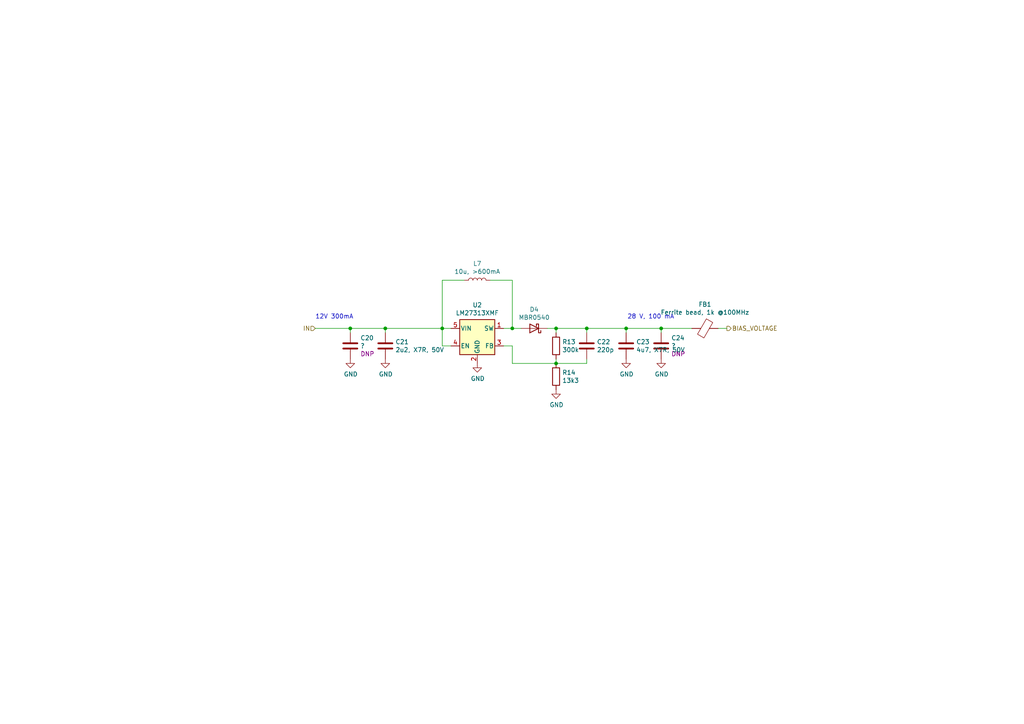
<source format=kicad_sch>
(kicad_sch (version 20211123) (generator eeschema)

  (uuid fa20e708-ec85-4e0b-8402-f74a2724f920)

  (paper "A4")

  (title_block
    (title "Bias Voltage Boost Converter")
    (date "2022-05-03")
    (rev "v1")
    (company "petrinm")
  )

  (lib_symbols
    (symbol "Device:C" (pin_numbers hide) (pin_names (offset 0.254)) (in_bom yes) (on_board yes)
      (property "Reference" "C" (id 0) (at 0.635 2.54 0)
        (effects (font (size 1.27 1.27)) (justify left))
      )
      (property "Value" "C" (id 1) (at 0.635 -2.54 0)
        (effects (font (size 1.27 1.27)) (justify left))
      )
      (property "Footprint" "" (id 2) (at 0.9652 -3.81 0)
        (effects (font (size 1.27 1.27)) hide)
      )
      (property "Datasheet" "~" (id 3) (at 0 0 0)
        (effects (font (size 1.27 1.27)) hide)
      )
      (property "ki_keywords" "cap capacitor" (id 4) (at 0 0 0)
        (effects (font (size 1.27 1.27)) hide)
      )
      (property "ki_description" "Unpolarized capacitor" (id 5) (at 0 0 0)
        (effects (font (size 1.27 1.27)) hide)
      )
      (property "ki_fp_filters" "C_*" (id 6) (at 0 0 0)
        (effects (font (size 1.27 1.27)) hide)
      )
      (symbol "C_0_1"
        (polyline
          (pts
            (xy -2.032 -0.762)
            (xy 2.032 -0.762)
          )
          (stroke (width 0.508) (type default) (color 0 0 0 0))
          (fill (type none))
        )
        (polyline
          (pts
            (xy -2.032 0.762)
            (xy 2.032 0.762)
          )
          (stroke (width 0.508) (type default) (color 0 0 0 0))
          (fill (type none))
        )
      )
      (symbol "C_1_1"
        (pin passive line (at 0 3.81 270) (length 2.794)
          (name "~" (effects (font (size 1.27 1.27))))
          (number "1" (effects (font (size 1.27 1.27))))
        )
        (pin passive line (at 0 -3.81 90) (length 2.794)
          (name "~" (effects (font (size 1.27 1.27))))
          (number "2" (effects (font (size 1.27 1.27))))
        )
      )
    )
    (symbol "Device:D_Schottky" (pin_numbers hide) (pin_names (offset 1.016) hide) (in_bom yes) (on_board yes)
      (property "Reference" "D" (id 0) (at 0 2.54 0)
        (effects (font (size 1.27 1.27)))
      )
      (property "Value" "D_Schottky" (id 1) (at 0 -2.54 0)
        (effects (font (size 1.27 1.27)))
      )
      (property "Footprint" "" (id 2) (at 0 0 0)
        (effects (font (size 1.27 1.27)) hide)
      )
      (property "Datasheet" "~" (id 3) (at 0 0 0)
        (effects (font (size 1.27 1.27)) hide)
      )
      (property "ki_keywords" "diode Schottky" (id 4) (at 0 0 0)
        (effects (font (size 1.27 1.27)) hide)
      )
      (property "ki_description" "Schottky diode" (id 5) (at 0 0 0)
        (effects (font (size 1.27 1.27)) hide)
      )
      (property "ki_fp_filters" "TO-???* *_Diode_* *SingleDiode* D_*" (id 6) (at 0 0 0)
        (effects (font (size 1.27 1.27)) hide)
      )
      (symbol "D_Schottky_0_1"
        (polyline
          (pts
            (xy 1.27 0)
            (xy -1.27 0)
          )
          (stroke (width 0) (type default) (color 0 0 0 0))
          (fill (type none))
        )
        (polyline
          (pts
            (xy 1.27 1.27)
            (xy 1.27 -1.27)
            (xy -1.27 0)
            (xy 1.27 1.27)
          )
          (stroke (width 0.254) (type default) (color 0 0 0 0))
          (fill (type none))
        )
        (polyline
          (pts
            (xy -1.905 0.635)
            (xy -1.905 1.27)
            (xy -1.27 1.27)
            (xy -1.27 -1.27)
            (xy -0.635 -1.27)
            (xy -0.635 -0.635)
          )
          (stroke (width 0.254) (type default) (color 0 0 0 0))
          (fill (type none))
        )
      )
      (symbol "D_Schottky_1_1"
        (pin passive line (at -3.81 0 0) (length 2.54)
          (name "K" (effects (font (size 1.27 1.27))))
          (number "1" (effects (font (size 1.27 1.27))))
        )
        (pin passive line (at 3.81 0 180) (length 2.54)
          (name "A" (effects (font (size 1.27 1.27))))
          (number "2" (effects (font (size 1.27 1.27))))
        )
      )
    )
    (symbol "Device:Ferrite_Bead" (pin_numbers hide) (pin_names (offset 0)) (in_bom yes) (on_board yes)
      (property "Reference" "FB" (id 0) (at -3.81 0.635 90)
        (effects (font (size 1.27 1.27)))
      )
      (property "Value" "Device_Ferrite_Bead" (id 1) (at 3.81 0 90)
        (effects (font (size 1.27 1.27)))
      )
      (property "Footprint" "" (id 2) (at -1.778 0 90)
        (effects (font (size 1.27 1.27)) hide)
      )
      (property "Datasheet" "" (id 3) (at 0 0 0)
        (effects (font (size 1.27 1.27)) hide)
      )
      (property "ki_fp_filters" "Inductor_* L_* *Ferrite*" (id 4) (at 0 0 0)
        (effects (font (size 1.27 1.27)) hide)
      )
      (symbol "Ferrite_Bead_0_1"
        (polyline
          (pts
            (xy 0 -1.27)
            (xy 0 -1.2192)
          )
          (stroke (width 0) (type default) (color 0 0 0 0))
          (fill (type none))
        )
        (polyline
          (pts
            (xy 0 1.27)
            (xy 0 1.2954)
          )
          (stroke (width 0) (type default) (color 0 0 0 0))
          (fill (type none))
        )
        (polyline
          (pts
            (xy -2.7686 0.4064)
            (xy -1.7018 2.2606)
            (xy 2.7686 -0.3048)
            (xy 1.6764 -2.159)
            (xy -2.7686 0.4064)
          )
          (stroke (width 0) (type default) (color 0 0 0 0))
          (fill (type none))
        )
      )
      (symbol "Ferrite_Bead_1_1"
        (pin passive line (at 0 3.81 270) (length 2.54)
          (name "~" (effects (font (size 1.27 1.27))))
          (number "1" (effects (font (size 1.27 1.27))))
        )
        (pin passive line (at 0 -3.81 90) (length 2.54)
          (name "~" (effects (font (size 1.27 1.27))))
          (number "2" (effects (font (size 1.27 1.27))))
        )
      )
    )
    (symbol "Device:L" (pin_numbers hide) (pin_names (offset 1.016) hide) (in_bom yes) (on_board yes)
      (property "Reference" "L" (id 0) (at -1.27 0 90)
        (effects (font (size 1.27 1.27)))
      )
      (property "Value" "L" (id 1) (at 1.905 0 90)
        (effects (font (size 1.27 1.27)))
      )
      (property "Footprint" "" (id 2) (at 0 0 0)
        (effects (font (size 1.27 1.27)) hide)
      )
      (property "Datasheet" "~" (id 3) (at 0 0 0)
        (effects (font (size 1.27 1.27)) hide)
      )
      (property "ki_keywords" "inductor choke coil reactor magnetic" (id 4) (at 0 0 0)
        (effects (font (size 1.27 1.27)) hide)
      )
      (property "ki_description" "Inductor" (id 5) (at 0 0 0)
        (effects (font (size 1.27 1.27)) hide)
      )
      (property "ki_fp_filters" "Choke_* *Coil* Inductor_* L_*" (id 6) (at 0 0 0)
        (effects (font (size 1.27 1.27)) hide)
      )
      (symbol "L_0_1"
        (arc (start 0 -2.54) (mid 0.635 -1.905) (end 0 -1.27)
          (stroke (width 0) (type default) (color 0 0 0 0))
          (fill (type none))
        )
        (arc (start 0 -1.27) (mid 0.635 -0.635) (end 0 0)
          (stroke (width 0) (type default) (color 0 0 0 0))
          (fill (type none))
        )
        (arc (start 0 0) (mid 0.635 0.635) (end 0 1.27)
          (stroke (width 0) (type default) (color 0 0 0 0))
          (fill (type none))
        )
        (arc (start 0 1.27) (mid 0.635 1.905) (end 0 2.54)
          (stroke (width 0) (type default) (color 0 0 0 0))
          (fill (type none))
        )
      )
      (symbol "L_1_1"
        (pin passive line (at 0 3.81 270) (length 1.27)
          (name "1" (effects (font (size 1.27 1.27))))
          (number "1" (effects (font (size 1.27 1.27))))
        )
        (pin passive line (at 0 -3.81 90) (length 1.27)
          (name "2" (effects (font (size 1.27 1.27))))
          (number "2" (effects (font (size 1.27 1.27))))
        )
      )
    )
    (symbol "Device:R" (pin_numbers hide) (pin_names (offset 0)) (in_bom yes) (on_board yes)
      (property "Reference" "R" (id 0) (at 2.032 0 90)
        (effects (font (size 1.27 1.27)))
      )
      (property "Value" "R" (id 1) (at 0 0 90)
        (effects (font (size 1.27 1.27)))
      )
      (property "Footprint" "" (id 2) (at -1.778 0 90)
        (effects (font (size 1.27 1.27)) hide)
      )
      (property "Datasheet" "~" (id 3) (at 0 0 0)
        (effects (font (size 1.27 1.27)) hide)
      )
      (property "ki_keywords" "R res resistor" (id 4) (at 0 0 0)
        (effects (font (size 1.27 1.27)) hide)
      )
      (property "ki_description" "Resistor" (id 5) (at 0 0 0)
        (effects (font (size 1.27 1.27)) hide)
      )
      (property "ki_fp_filters" "R_*" (id 6) (at 0 0 0)
        (effects (font (size 1.27 1.27)) hide)
      )
      (symbol "R_0_1"
        (rectangle (start -1.016 -2.54) (end 1.016 2.54)
          (stroke (width 0.254) (type default) (color 0 0 0 0))
          (fill (type none))
        )
      )
      (symbol "R_1_1"
        (pin passive line (at 0 3.81 270) (length 1.27)
          (name "~" (effects (font (size 1.27 1.27))))
          (number "1" (effects (font (size 1.27 1.27))))
        )
        (pin passive line (at 0 -3.81 90) (length 1.27)
          (name "~" (effects (font (size 1.27 1.27))))
          (number "2" (effects (font (size 1.27 1.27))))
        )
      )
    )
    (symbol "Regulator_Switching:LM27313XMF" (pin_names (offset 0.254)) (in_bom yes) (on_board yes)
      (property "Reference" "U" (id 0) (at -5.08 6.35 0)
        (effects (font (size 1.27 1.27)) (justify left))
      )
      (property "Value" "LM27313XMF" (id 1) (at 0 6.35 0)
        (effects (font (size 1.27 1.27)) (justify left))
      )
      (property "Footprint" "Package_TO_SOT_SMD:SOT-23-5" (id 2) (at 1.27 -6.35 0)
        (effects (font (size 1.27 1.27) italic) (justify left) hide)
      )
      (property "Datasheet" "http://www.ti.com/lit/ds/symlink/lm27313.pdf" (id 3) (at 0 2.54 0)
        (effects (font (size 1.27 1.27)) hide)
      )
      (property "ki_keywords" "Miniature Step-Up Boost Voltage Regulator" (id 4) (at 0 0 0)
        (effects (font (size 1.27 1.27)) hide)
      )
      (property "ki_description" "1A, 28Vout Boost Voltage Regulator, 1.6MHz Frequency, SOT-23-5" (id 5) (at 0 0 0)
        (effects (font (size 1.27 1.27)) hide)
      )
      (property "ki_fp_filters" "SOT?23*" (id 6) (at 0 0 0)
        (effects (font (size 1.27 1.27)) hide)
      )
      (symbol "LM27313XMF_0_1"
        (rectangle (start -5.08 5.08) (end 5.08 -5.08)
          (stroke (width 0.254) (type default) (color 0 0 0 0))
          (fill (type background))
        )
      )
      (symbol "LM27313XMF_1_1"
        (pin output line (at 7.62 2.54 180) (length 2.54)
          (name "SW" (effects (font (size 1.27 1.27))))
          (number "1" (effects (font (size 1.27 1.27))))
        )
        (pin power_in line (at 0 -7.62 90) (length 2.54)
          (name "GND" (effects (font (size 1.27 1.27))))
          (number "2" (effects (font (size 1.27 1.27))))
        )
        (pin input line (at 7.62 -2.54 180) (length 2.54)
          (name "FB" (effects (font (size 1.27 1.27))))
          (number "3" (effects (font (size 1.27 1.27))))
        )
        (pin input line (at -7.62 -2.54 0) (length 2.54)
          (name "EN" (effects (font (size 1.27 1.27))))
          (number "4" (effects (font (size 1.27 1.27))))
        )
        (pin input line (at -7.62 2.54 0) (length 2.54)
          (name "VIN" (effects (font (size 1.27 1.27))))
          (number "5" (effects (font (size 1.27 1.27))))
        )
      )
    )
    (symbol "power:GND" (power) (pin_names (offset 0)) (in_bom yes) (on_board yes)
      (property "Reference" "#PWR" (id 0) (at 0 -6.35 0)
        (effects (font (size 1.27 1.27)) hide)
      )
      (property "Value" "GND" (id 1) (at 0 -3.81 0)
        (effects (font (size 1.27 1.27)))
      )
      (property "Footprint" "" (id 2) (at 0 0 0)
        (effects (font (size 1.27 1.27)) hide)
      )
      (property "Datasheet" "" (id 3) (at 0 0 0)
        (effects (font (size 1.27 1.27)) hide)
      )
      (property "ki_keywords" "power-flag" (id 4) (at 0 0 0)
        (effects (font (size 1.27 1.27)) hide)
      )
      (property "ki_description" "Power symbol creates a global label with name \"GND\" , ground" (id 5) (at 0 0 0)
        (effects (font (size 1.27 1.27)) hide)
      )
      (symbol "GND_0_1"
        (polyline
          (pts
            (xy 0 0)
            (xy 0 -1.27)
            (xy 1.27 -1.27)
            (xy 0 -2.54)
            (xy -1.27 -1.27)
            (xy 0 -1.27)
          )
          (stroke (width 0) (type default) (color 0 0 0 0))
          (fill (type none))
        )
      )
      (symbol "GND_1_1"
        (pin power_in line (at 0 0 270) (length 0) hide
          (name "GND" (effects (font (size 1.27 1.27))))
          (number "1" (effects (font (size 1.27 1.27))))
        )
      )
    )
  )

  (junction (at 128.27 95.25) (diameter 0) (color 0 0 0 0)
    (uuid 2ea8fa6f-efc3-40fe-bcf9-05bfa46ead4f)
  )
  (junction (at 191.77 95.25) (diameter 0) (color 0 0 0 0)
    (uuid 3b65c51e-c243-447e-bee9-832d94c1630e)
  )
  (junction (at 148.59 95.25) (diameter 0) (color 0 0 0 0)
    (uuid 4086cbd7-6ba7-4e63-8da9-17e60627ee17)
  )
  (junction (at 170.18 95.25) (diameter 0) (color 0 0 0 0)
    (uuid 4cfd9a02-97ef-4af4-a6b8-db9be1a8fda5)
  )
  (junction (at 111.76 95.25) (diameter 0) (color 0 0 0 0)
    (uuid 57f248a7-365e-4c42-b80d-5a7d1f9dfaf3)
  )
  (junction (at 101.6 95.25) (diameter 0) (color 0 0 0 0)
    (uuid 749d9ed0-2ff2-4b55-abc5-f7231ec3aa28)
  )
  (junction (at 161.29 95.25) (diameter 0) (color 0 0 0 0)
    (uuid 8eb98c56-17e4-4de6-a3e3-06dcfa392040)
  )
  (junction (at 181.61 95.25) (diameter 0) (color 0 0 0 0)
    (uuid 92761c09-a591-4c8e-af4d-e0e2262cb01d)
  )
  (junction (at 161.29 105.41) (diameter 0) (color 0 0 0 0)
    (uuid c2dd13db-24b6-40f1-b75b-b9ab893d92ea)
  )

  (wire (pts (xy 208.28 95.25) (xy 210.82 95.25))
    (stroke (width 0) (type default) (color 0 0 0 0))
    (uuid 0ce1dd44-f307-4f98-9f0d-478fd87daa64)
  )
  (wire (pts (xy 158.75 95.25) (xy 161.29 95.25))
    (stroke (width 0) (type default) (color 0 0 0 0))
    (uuid 275b6416-db29-42cc-9307-bf426917c3b4)
  )
  (wire (pts (xy 170.18 105.41) (xy 170.18 104.14))
    (stroke (width 0) (type default) (color 0 0 0 0))
    (uuid 29126f72-63f7-4275-8b12-6b96a71c6f17)
  )
  (wire (pts (xy 161.29 105.41) (xy 148.59 105.41))
    (stroke (width 0) (type default) (color 0 0 0 0))
    (uuid 29cbb0bc-f66b-4d11-80e7-5bb270e42496)
  )
  (wire (pts (xy 148.59 100.33) (xy 146.05 100.33))
    (stroke (width 0) (type default) (color 0 0 0 0))
    (uuid 355ced6c-c08a-4586-9a09-7a9c624536f6)
  )
  (wire (pts (xy 161.29 95.25) (xy 161.29 96.52))
    (stroke (width 0) (type default) (color 0 0 0 0))
    (uuid 3c22d605-7855-4cc6-8ad2-906cadbd02dc)
  )
  (wire (pts (xy 191.77 96.52) (xy 191.77 95.25))
    (stroke (width 0) (type default) (color 0 0 0 0))
    (uuid 402c62e6-8d8e-473a-a0cf-2b86e4908cd7)
  )
  (wire (pts (xy 128.27 100.33) (xy 130.81 100.33))
    (stroke (width 0) (type default) (color 0 0 0 0))
    (uuid 4641c87c-bffa-41fe-ae77-be3a97a6f797)
  )
  (wire (pts (xy 142.24 81.28) (xy 148.59 81.28))
    (stroke (width 0) (type default) (color 0 0 0 0))
    (uuid 465137b4-f6f7-4d51-9b40-b161947d5cc1)
  )
  (wire (pts (xy 128.27 100.33) (xy 128.27 95.25))
    (stroke (width 0) (type default) (color 0 0 0 0))
    (uuid 54ed3ee1-891b-418e-ab9c-6a18747d7388)
  )
  (wire (pts (xy 181.61 95.25) (xy 181.61 96.52))
    (stroke (width 0) (type default) (color 0 0 0 0))
    (uuid 751d823e-1d7b-4501-9658-d06d459b0e16)
  )
  (wire (pts (xy 91.44 95.25) (xy 101.6 95.25))
    (stroke (width 0) (type default) (color 0 0 0 0))
    (uuid 8a8c373f-9bc3-4cf7-8f41-4802da916698)
  )
  (wire (pts (xy 128.27 95.25) (xy 128.27 81.28))
    (stroke (width 0) (type default) (color 0 0 0 0))
    (uuid 91fc5800-6029-46b1-848d-ca0091f97267)
  )
  (wire (pts (xy 128.27 81.28) (xy 134.62 81.28))
    (stroke (width 0) (type default) (color 0 0 0 0))
    (uuid 9da1ace0-4181-4f12-80f8-16786a9e5c07)
  )
  (wire (pts (xy 191.77 95.25) (xy 181.61 95.25))
    (stroke (width 0) (type default) (color 0 0 0 0))
    (uuid a177c3b4-b04c-490e-b3fe-d3d4d7aa24a7)
  )
  (wire (pts (xy 200.66 95.25) (xy 191.77 95.25))
    (stroke (width 0) (type default) (color 0 0 0 0))
    (uuid aadc3df5-0e2d-4f3d-b72e-6f184da74c89)
  )
  (wire (pts (xy 161.29 105.41) (xy 170.18 105.41))
    (stroke (width 0) (type default) (color 0 0 0 0))
    (uuid af186015-d283-4209-aade-a247e5de01df)
  )
  (wire (pts (xy 148.59 95.25) (xy 151.13 95.25))
    (stroke (width 0) (type default) (color 0 0 0 0))
    (uuid bb8162f0-99c8-4884-be5b-c0d0c7e81ff6)
  )
  (wire (pts (xy 161.29 95.25) (xy 170.18 95.25))
    (stroke (width 0) (type default) (color 0 0 0 0))
    (uuid bd085057-7c0e-463a-982b-968a2dc1f0f8)
  )
  (wire (pts (xy 111.76 96.52) (xy 111.76 95.25))
    (stroke (width 0) (type default) (color 0 0 0 0))
    (uuid c346b00c-b5e0-4939-beb4-7f48172ef334)
  )
  (wire (pts (xy 148.59 105.41) (xy 148.59 100.33))
    (stroke (width 0) (type default) (color 0 0 0 0))
    (uuid c401e9c6-1deb-4979-99be-7c801c952098)
  )
  (wire (pts (xy 170.18 95.25) (xy 170.18 96.52))
    (stroke (width 0) (type default) (color 0 0 0 0))
    (uuid c66a19ed-90c0-4502-ae75-6a4c4ab9f297)
  )
  (wire (pts (xy 161.29 105.41) (xy 161.29 104.14))
    (stroke (width 0) (type default) (color 0 0 0 0))
    (uuid d1c19c11-0a13-4237-b6b4-fb2ef1db7c6d)
  )
  (wire (pts (xy 148.59 81.28) (xy 148.59 95.25))
    (stroke (width 0) (type default) (color 0 0 0 0))
    (uuid d1cd5391-31d2-459f-8adb-4ae3f304a833)
  )
  (wire (pts (xy 146.05 95.25) (xy 148.59 95.25))
    (stroke (width 0) (type default) (color 0 0 0 0))
    (uuid d8200a86-aa75-47a3-ad2a-7f4c9c999a6f)
  )
  (wire (pts (xy 101.6 96.52) (xy 101.6 95.25))
    (stroke (width 0) (type default) (color 0 0 0 0))
    (uuid da546d77-4b03-4562-8fc6-837fd68e7691)
  )
  (wire (pts (xy 128.27 95.25) (xy 130.81 95.25))
    (stroke (width 0) (type default) (color 0 0 0 0))
    (uuid e2fac877-439c-4da0-af2e-5fdc70f85d42)
  )
  (wire (pts (xy 111.76 95.25) (xy 128.27 95.25))
    (stroke (width 0) (type default) (color 0 0 0 0))
    (uuid eb391a95-1c1d-4613-b508-c76b8bc13a73)
  )
  (wire (pts (xy 170.18 95.25) (xy 181.61 95.25))
    (stroke (width 0) (type default) (color 0 0 0 0))
    (uuid fc2e9f96-3bed-4896-b995-f56e799f1c77)
  )
  (wire (pts (xy 101.6 95.25) (xy 111.76 95.25))
    (stroke (width 0) (type default) (color 0 0 0 0))
    (uuid fd60415a-f01a-46c5-9369-ea970e435e5b)
  )

  (text "12V 300mA" (at 91.44 92.71 0)
    (effects (font (size 1.27 1.27)) (justify left bottom))
    (uuid 3bbbbb7d-391c-4fee-ac81-3c47878edc38)
  )
  (text "28 V, 100 mA" (at 195.58 92.71 180)
    (effects (font (size 1.27 1.27)) (justify right bottom))
    (uuid 9ed09117-33cf-45a3-85a7-2606522feaf8)
  )

  (hierarchical_label "IN" (shape input) (at 91.44 95.25 180)
    (effects (font (size 1.27 1.27)) (justify right))
    (uuid 21492bcd-343a-4b2b-b55a-b4586c11bdeb)
  )
  (hierarchical_label "BIAS_VOLTAGE" (shape output) (at 210.82 95.25 0)
    (effects (font (size 1.27 1.27)) (justify left))
    (uuid 96315415-cfed-47d2-b3dd-d782358bd0df)
  )

  (symbol (lib_id "Regulator_Switching:LM27313XMF") (at 138.43 97.79 0) (unit 1)
    (in_bom yes) (on_board yes)
    (uuid 00000000-0000-0000-0000-00005ff72927)
    (property "Reference" "U2" (id 0) (at 138.43 88.4682 0))
    (property "Value" "LM27313XMF" (id 1) (at 138.43 90.7796 0))
    (property "Footprint" "Package_TO_SOT_SMD:SOT-23-5" (id 2) (at 139.7 104.14 0)
      (effects (font (size 1.27 1.27) italic) (justify left) hide)
    )
    (property "Datasheet" "http://www.ti.com/lit/ds/symlink/lm27313.pdf" (id 3) (at 138.43 95.25 0)
      (effects (font (size 1.27 1.27)) hide)
    )
    (property "Mouser" "926-LM27313XMF/NOPB" (id 4) (at 138.43 97.79 0)
      (effects (font (size 1.27 1.27)) hide)
    )
    (pin "1" (uuid 94b23043-54f0-4b0e-b646-670be6c74761))
    (pin "2" (uuid 126bd91a-5213-473d-96e5-818d88ddabd9))
    (pin "3" (uuid b48416b5-11c4-43d5-b4b2-b5717cc31584))
    (pin "4" (uuid c0f2f7ce-57f7-4b65-9421-6f7b2d8eea21))
    (pin "5" (uuid 83afadef-ab2b-4638-b224-7d459fbbaedd))
  )

  (symbol (lib_id "Device:L") (at 138.43 81.28 90) (unit 1)
    (in_bom yes) (on_board yes)
    (uuid 00000000-0000-0000-0000-00005ff72a0c)
    (property "Reference" "L7" (id 0) (at 138.43 76.454 90))
    (property "Value" "10u, >600mA" (id 1) (at 138.43 78.7654 90))
    (property "Footprint" "Inductor_SMD:L_Wuerth_MAPI-2508" (id 2) (at 138.43 81.28 0)
      (effects (font (size 1.27 1.27)) hide)
    )
    (property "Datasheet" "~" (id 3) (at 138.43 81.28 0)
      (effects (font (size 1.27 1.27)) hide)
    )
    (property "Mouser" "963-MDKK2020T100MMV" (id 4) (at 138.43 81.28 90)
      (effects (font (size 1.27 1.27)) hide)
    )
    (pin "1" (uuid a035d585-fc0c-4b1d-b960-325b70c5bbc5))
    (pin "2" (uuid 24df9aa7-984e-40cc-95b0-b4b7090893f2))
  )

  (symbol (lib_id "Device:D_Schottky") (at 154.94 95.25 180) (unit 1)
    (in_bom yes) (on_board yes)
    (uuid 00000000-0000-0000-0000-00005ff736a1)
    (property "Reference" "D4" (id 0) (at 154.94 89.7636 0))
    (property "Value" "MBR0540" (id 1) (at 154.94 92.075 0))
    (property "Footprint" "Diode_SMD:D_SOD-123" (id 2) (at 154.94 95.25 0)
      (effects (font (size 1.27 1.27)) hide)
    )
    (property "Datasheet" "~" (id 3) (at 154.94 95.25 0)
      (effects (font (size 1.27 1.27)) hide)
    )
    (property "Mouser" "863-MBR0540T3G" (id 4) (at 154.94 95.25 0)
      (effects (font (size 1.27 1.27)) hide)
    )
    (pin "1" (uuid 0d703881-8001-4ee0-aa0f-4f3496f5e4d5))
    (pin "2" (uuid 151885ab-1387-4a52-a466-df3f6dc29d7e))
  )

  (symbol (lib_id "Device:R") (at 161.29 100.33 180) (unit 1)
    (in_bom yes) (on_board yes)
    (uuid 00000000-0000-0000-0000-00005ff741ba)
    (property "Reference" "R13" (id 0) (at 163.068 99.1616 0)
      (effects (font (size 1.27 1.27)) (justify right))
    )
    (property "Value" "300k" (id 1) (at 163.068 101.473 0)
      (effects (font (size 1.27 1.27)) (justify right))
    )
    (property "Footprint" "Resistor_SMD:R_0603_1608Metric" (id 2) (at 163.068 100.33 90)
      (effects (font (size 1.27 1.27)) hide)
    )
    (property "Datasheet" "~" (id 3) (at 161.29 100.33 0)
      (effects (font (size 1.27 1.27)) hide)
    )
    (pin "1" (uuid 746758a6-aa8d-4bbc-b4f9-b5faccbd9d3e))
    (pin "2" (uuid 6fb61bd9-6732-4fad-a689-93d16c4d4e86))
  )

  (symbol (lib_id "Device:R") (at 161.29 109.22 0) (unit 1)
    (in_bom yes) (on_board yes)
    (uuid 00000000-0000-0000-0000-00005ff74e47)
    (property "Reference" "R14" (id 0) (at 163.068 108.0516 0)
      (effects (font (size 1.27 1.27)) (justify left))
    )
    (property "Value" "13k3" (id 1) (at 163.068 110.363 0)
      (effects (font (size 1.27 1.27)) (justify left))
    )
    (property "Footprint" "Resistor_SMD:R_0603_1608Metric" (id 2) (at 159.512 109.22 90)
      (effects (font (size 1.27 1.27)) hide)
    )
    (property "Datasheet" "~" (id 3) (at 161.29 109.22 0)
      (effects (font (size 1.27 1.27)) hide)
    )
    (pin "1" (uuid fb880f14-37bc-4bb5-b8a8-ecd75eec7a70))
    (pin "2" (uuid af5fc086-a3da-4373-8231-6710ea9d6ae1))
  )

  (symbol (lib_id "Device:C") (at 170.18 100.33 0) (unit 1)
    (in_bom yes) (on_board yes)
    (uuid 00000000-0000-0000-0000-00005ff755d2)
    (property "Reference" "C22" (id 0) (at 173.101 99.1616 0)
      (effects (font (size 1.27 1.27)) (justify left))
    )
    (property "Value" "220p" (id 1) (at 173.101 101.473 0)
      (effects (font (size 1.27 1.27)) (justify left))
    )
    (property "Footprint" "Capacitor_SMD:C_0603_1608Metric" (id 2) (at 171.1452 104.14 0)
      (effects (font (size 1.27 1.27)) hide)
    )
    (property "Datasheet" "~" (id 3) (at 170.18 100.33 0)
      (effects (font (size 1.27 1.27)) hide)
    )
    (pin "1" (uuid 4b19d31d-d2cd-483b-a236-4f5f17138161))
    (pin "2" (uuid 98c061e6-bc83-426a-99cb-a9b9832a9118))
  )

  (symbol (lib_id "Device:C") (at 111.76 100.33 0) (unit 1)
    (in_bom yes) (on_board yes)
    (uuid 00000000-0000-0000-0000-00005ff765cb)
    (property "Reference" "C21" (id 0) (at 114.681 99.1616 0)
      (effects (font (size 1.27 1.27)) (justify left))
    )
    (property "Value" "2u2, X7R, 50V" (id 1) (at 114.681 101.473 0)
      (effects (font (size 1.27 1.27)) (justify left))
    )
    (property "Footprint" "Capacitor_SMD:C_0805_2012Metric" (id 2) (at 112.7252 104.14 0)
      (effects (font (size 1.27 1.27)) hide)
    )
    (property "Datasheet" "~" (id 3) (at 111.76 100.33 0)
      (effects (font (size 1.27 1.27)) hide)
    )
    (pin "1" (uuid d027317d-5ce6-4903-9c1f-ec306218f1b2))
    (pin "2" (uuid 6b8ad636-177c-4e28-b789-ff47d39863a4))
  )

  (symbol (lib_id "power:GND") (at 138.43 105.41 0) (unit 1)
    (in_bom yes) (on_board yes)
    (uuid 00000000-0000-0000-0000-00005ff76f95)
    (property "Reference" "#PWR025" (id 0) (at 138.43 111.76 0)
      (effects (font (size 1.27 1.27)) hide)
    )
    (property "Value" "GND" (id 1) (at 138.557 109.8042 0))
    (property "Footprint" "" (id 2) (at 138.43 105.41 0)
      (effects (font (size 1.27 1.27)) hide)
    )
    (property "Datasheet" "" (id 3) (at 138.43 105.41 0)
      (effects (font (size 1.27 1.27)) hide)
    )
    (pin "1" (uuid 73c20e99-4190-46f8-91f1-84b79f73e05d))
  )

  (symbol (lib_id "power:GND") (at 161.29 113.03 0) (unit 1)
    (in_bom yes) (on_board yes)
    (uuid 00000000-0000-0000-0000-00005ff776c6)
    (property "Reference" "#PWR026" (id 0) (at 161.29 119.38 0)
      (effects (font (size 1.27 1.27)) hide)
    )
    (property "Value" "GND" (id 1) (at 161.417 117.4242 0))
    (property "Footprint" "" (id 2) (at 161.29 113.03 0)
      (effects (font (size 1.27 1.27)) hide)
    )
    (property "Datasheet" "" (id 3) (at 161.29 113.03 0)
      (effects (font (size 1.27 1.27)) hide)
    )
    (pin "1" (uuid 6a39c58f-f706-416d-8bff-0b47ece7e88c))
  )

  (symbol (lib_id "power:GND") (at 181.61 104.14 0) (unit 1)
    (in_bom yes) (on_board yes)
    (uuid 00000000-0000-0000-0000-00005ff79644)
    (property "Reference" "#PWR027" (id 0) (at 181.61 110.49 0)
      (effects (font (size 1.27 1.27)) hide)
    )
    (property "Value" "GND" (id 1) (at 181.737 108.5342 0))
    (property "Footprint" "" (id 2) (at 181.61 104.14 0)
      (effects (font (size 1.27 1.27)) hide)
    )
    (property "Datasheet" "" (id 3) (at 181.61 104.14 0)
      (effects (font (size 1.27 1.27)) hide)
    )
    (pin "1" (uuid 66821bac-ceac-4e07-bdbb-fae6fd06f7e3))
  )

  (symbol (lib_id "power:GND") (at 111.76 104.14 0) (unit 1)
    (in_bom yes) (on_board yes)
    (uuid 00000000-0000-0000-0000-00005ff7b611)
    (property "Reference" "#PWR024" (id 0) (at 111.76 110.49 0)
      (effects (font (size 1.27 1.27)) hide)
    )
    (property "Value" "GND" (id 1) (at 111.887 108.5342 0))
    (property "Footprint" "" (id 2) (at 111.76 104.14 0)
      (effects (font (size 1.27 1.27)) hide)
    )
    (property "Datasheet" "" (id 3) (at 111.76 104.14 0)
      (effects (font (size 1.27 1.27)) hide)
    )
    (pin "1" (uuid 1a069b73-8fc4-4978-8b14-a49118b6db23))
  )

  (symbol (lib_id "Device:C") (at 181.61 100.33 0) (unit 1)
    (in_bom yes) (on_board yes)
    (uuid 00000000-0000-0000-0000-00005ff7bff4)
    (property "Reference" "C23" (id 0) (at 184.531 99.1616 0)
      (effects (font (size 1.27 1.27)) (justify left))
    )
    (property "Value" "4u7, X7R, 50V" (id 1) (at 184.531 101.473 0)
      (effects (font (size 1.27 1.27)) (justify left))
    )
    (property "Footprint" "Capacitor_SMD:C_0805_2012Metric" (id 2) (at 182.5752 104.14 0)
      (effects (font (size 1.27 1.27)) hide)
    )
    (property "Datasheet" "~" (id 3) (at 181.61 100.33 0)
      (effects (font (size 1.27 1.27)) hide)
    )
    (pin "1" (uuid 848e3ae6-f8a6-49ad-a73f-06e99d3cf16a))
    (pin "2" (uuid f38fe052-25ab-4d78-98cf-0647dc3b5bcc))
  )

  (symbol (lib_id "Device:Ferrite_Bead") (at 204.47 95.25 270) (unit 1)
    (in_bom yes) (on_board yes)
    (uuid 00000000-0000-0000-0000-00006016d379)
    (property "Reference" "FB1" (id 0) (at 204.47 88.2904 90))
    (property "Value" "Ferrite bead, 1k @100MHz" (id 1) (at 204.47 90.6018 90))
    (property "Footprint" "Inductor_SMD:L_0805_2012Metric" (id 2) (at 204.47 93.472 90)
      (effects (font (size 1.27 1.27)) hide)
    )
    (property "Datasheet" "~" (id 3) (at 204.47 95.25 0)
      (effects (font (size 1.27 1.27)) hide)
    )
    (property "Mouser" "963-BK2125HS102-T" (id 4) (at 204.47 95.25 90)
      (effects (font (size 1.27 1.27)) hide)
    )
    (pin "1" (uuid e61a6b2a-6ced-41c5-9268-469fccefe7b5))
    (pin "2" (uuid 7e8f146e-a47e-4160-ad0a-f84914b77dd5))
  )

  (symbol (lib_id "Device:C") (at 101.6 100.33 0) (unit 1)
    (in_bom yes) (on_board yes)
    (uuid 00000000-0000-0000-0000-0000601ebdab)
    (property "Reference" "C20" (id 0) (at 104.521 98.0186 0)
      (effects (font (size 1.27 1.27)) (justify left))
    )
    (property "Value" "?" (id 1) (at 104.521 100.33 0)
      (effects (font (size 1.27 1.27)) (justify left))
    )
    (property "Footprint" "Capacitor_SMD:C_0603_1608Metric" (id 2) (at 102.5652 104.14 0)
      (effects (font (size 1.27 1.27)) hide)
    )
    (property "Datasheet" "~" (id 3) (at 101.6 100.33 0)
      (effects (font (size 1.27 1.27)) hide)
    )
    (property "DNP" "DNP" (id 4) (at 104.521 102.6414 0)
      (effects (font (size 1.27 1.27)) (justify left))
    )
    (pin "1" (uuid c9ae7d2f-4339-4524-bebc-0bb2b294bea0))
    (pin "2" (uuid c3f7d9b4-3765-4d82-bd18-d1e32650fbdb))
  )

  (symbol (lib_id "power:GND") (at 101.6 104.14 0) (unit 1)
    (in_bom yes) (on_board yes)
    (uuid 00000000-0000-0000-0000-0000601ec1a4)
    (property "Reference" "#PWR023" (id 0) (at 101.6 110.49 0)
      (effects (font (size 1.27 1.27)) hide)
    )
    (property "Value" "GND" (id 1) (at 101.727 108.5342 0))
    (property "Footprint" "" (id 2) (at 101.6 104.14 0)
      (effects (font (size 1.27 1.27)) hide)
    )
    (property "Datasheet" "" (id 3) (at 101.6 104.14 0)
      (effects (font (size 1.27 1.27)) hide)
    )
    (pin "1" (uuid 8ff3a731-933a-4433-a252-952bde66a744))
  )

  (symbol (lib_id "Device:C") (at 191.77 100.33 0) (unit 1)
    (in_bom yes) (on_board yes)
    (uuid 00000000-0000-0000-0000-0000601ec8f3)
    (property "Reference" "C24" (id 0) (at 194.691 98.0186 0)
      (effects (font (size 1.27 1.27)) (justify left))
    )
    (property "Value" "?" (id 1) (at 194.691 100.33 0)
      (effects (font (size 1.27 1.27)) (justify left))
    )
    (property "Footprint" "Capacitor_SMD:C_0603_1608Metric" (id 2) (at 192.7352 104.14 0)
      (effects (font (size 1.27 1.27)) hide)
    )
    (property "Datasheet" "~" (id 3) (at 191.77 100.33 0)
      (effects (font (size 1.27 1.27)) hide)
    )
    (property "DNP" "DNP" (id 4) (at 194.691 102.6414 0)
      (effects (font (size 1.27 1.27)) (justify left))
    )
    (pin "1" (uuid fcd06ed4-8fc5-4512-9cea-617c62e959c3))
    (pin "2" (uuid 72a36e19-441c-4e1e-80d1-c96dd036cd08))
  )

  (symbol (lib_id "power:GND") (at 191.77 104.14 0) (unit 1)
    (in_bom yes) (on_board yes)
    (uuid 00000000-0000-0000-0000-0000601ed3b7)
    (property "Reference" "#PWR028" (id 0) (at 191.77 110.49 0)
      (effects (font (size 1.27 1.27)) hide)
    )
    (property "Value" "GND" (id 1) (at 191.897 108.5342 0))
    (property "Footprint" "" (id 2) (at 191.77 104.14 0)
      (effects (font (size 1.27 1.27)) hide)
    )
    (property "Datasheet" "" (id 3) (at 191.77 104.14 0)
      (effects (font (size 1.27 1.27)) hide)
    )
    (pin "1" (uuid a2e43d40-6d3e-4391-85a1-1e91ee3a719f))
  )
)

</source>
